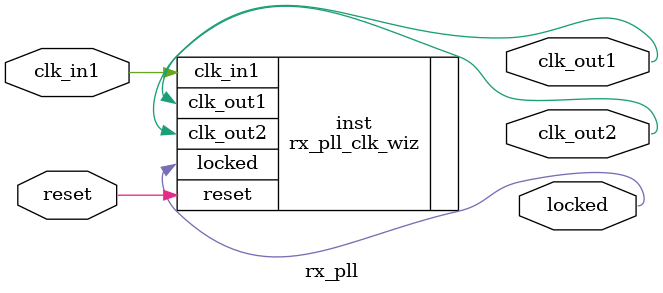
<source format=v>


`timescale 1ps/1ps

(* CORE_GENERATION_INFO = "rx_pll,clk_wiz_v6_0_3_0_0,{component_name=rx_pll,use_phase_alignment=true,use_min_o_jitter=false,use_max_i_jitter=false,use_dyn_phase_shift=false,use_inclk_switchover=false,use_dyn_reconfig=false,enable_axi=0,feedback_source=FDBK_AUTO,PRIMITIVE=PLL,num_out_clk=2,clkin1_period=6.250,clkin2_period=10.0,use_power_down=false,use_reset=true,use_locked=true,use_inclk_stopped=false,feedback_type=SINGLE,CLOCK_MGR_TYPE=NA,manual_override=false}" *)

module rx_pll 
 (
  // Clock out ports
  output        clk_out1,
  output        clk_out2,
  // Status and control signals
  input         reset,
  output        locked,
 // Clock in ports
  input         clk_in1
 );

  rx_pll_clk_wiz inst
  (
  // Clock out ports  
  .clk_out1(clk_out1),
  .clk_out2(clk_out2),
  // Status and control signals               
  .reset(reset), 
  .locked(locked),
 // Clock in ports
  .clk_in1(clk_in1)
  );

endmodule

</source>
